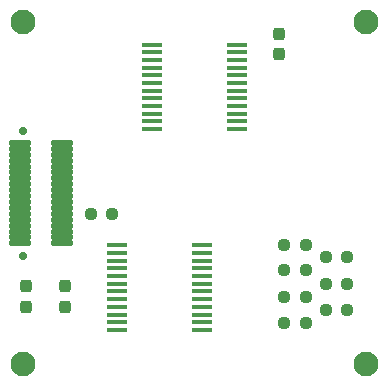
<source format=gbs>
%TF.GenerationSoftware,KiCad,Pcbnew,7.0.7*%
%TF.CreationDate,2023-12-07T16:32:10+01:00*%
%TF.ProjectId,SensitiveSole,53656e73-6974-4697-9665-536f6c652e6b,1.0*%
%TF.SameCoordinates,Original*%
%TF.FileFunction,Soldermask,Bot*%
%TF.FilePolarity,Negative*%
%FSLAX46Y46*%
G04 Gerber Fmt 4.6, Leading zero omitted, Abs format (unit mm)*
G04 Created by KiCad (PCBNEW 7.0.7) date 2023-12-07 16:32:10*
%MOMM*%
%LPD*%
G01*
G04 APERTURE LIST*
G04 Aperture macros list*
%AMRoundRect*
0 Rectangle with rounded corners*
0 $1 Rounding radius*
0 $2 $3 $4 $5 $6 $7 $8 $9 X,Y pos of 4 corners*
0 Add a 4 corners polygon primitive as box body*
4,1,4,$2,$3,$4,$5,$6,$7,$8,$9,$2,$3,0*
0 Add four circle primitives for the rounded corners*
1,1,$1+$1,$2,$3*
1,1,$1+$1,$4,$5*
1,1,$1+$1,$6,$7*
1,1,$1+$1,$8,$9*
0 Add four rect primitives between the rounded corners*
20,1,$1+$1,$2,$3,$4,$5,0*
20,1,$1+$1,$4,$5,$6,$7,0*
20,1,$1+$1,$6,$7,$8,$9,0*
20,1,$1+$1,$8,$9,$2,$3,0*%
G04 Aperture macros list end*
%ADD10C,2.100000*%
%ADD11C,0.700000*%
%ADD12RoundRect,0.101600X-0.800000X0.150000X-0.800000X-0.150000X0.800000X-0.150000X0.800000X0.150000X0*%
%ADD13RoundRect,0.237500X0.250000X0.237500X-0.250000X0.237500X-0.250000X-0.237500X0.250000X-0.237500X0*%
%ADD14RoundRect,0.237500X-0.237500X0.300000X-0.237500X-0.300000X0.237500X-0.300000X0.237500X0.300000X0*%
%ADD15R,1.750000X0.450000*%
%ADD16RoundRect,0.237500X-0.250000X-0.237500X0.250000X-0.237500X0.250000X0.237500X-0.250000X0.237500X0*%
G04 APERTURE END LIST*
D10*
%TO.C,REF\u002A\u002A*%
X122000014Y-118000000D03*
%TD*%
%TO.C,REF\u002A\u002A*%
X151000000Y-118000000D03*
%TD*%
%TO.C,REF\u002A\u002A*%
X151000000Y-88999986D03*
%TD*%
%TO.C,REF\u002A\u002A*%
X122000014Y-88999986D03*
%TD*%
D11*
%TO.C,BOTTOM_DF12*%
X122000014Y-98199986D03*
X122000014Y-108799986D03*
D12*
X125300114Y-99249986D03*
X121699914Y-99249986D03*
X125300114Y-99749986D03*
X121699914Y-99749986D03*
X125300114Y-100249986D03*
X121699914Y-100249986D03*
X125300114Y-100749986D03*
X121699914Y-100749986D03*
X125300114Y-101249986D03*
X121699914Y-101249986D03*
X125300114Y-101749986D03*
X121699914Y-101749986D03*
X125300114Y-102249986D03*
X121699914Y-102249986D03*
X125300114Y-102749986D03*
X121699914Y-102749986D03*
X125300114Y-103249986D03*
X121699914Y-103249986D03*
X125300114Y-103749986D03*
X121699914Y-103749986D03*
X125300114Y-104249986D03*
X121699914Y-104249986D03*
X125300114Y-104749986D03*
X121699914Y-104749986D03*
X125300114Y-105249986D03*
X121699914Y-105249986D03*
X125300114Y-105749986D03*
X121699914Y-105749986D03*
X125300114Y-106249986D03*
X121699914Y-106249986D03*
X125300114Y-106749986D03*
X121699914Y-106749986D03*
X125300114Y-107249986D03*
X121699914Y-107249986D03*
X125300114Y-107749986D03*
X121699914Y-107749986D03*
%TD*%
D13*
%TO.C,6*%
X145912500Y-107850000D03*
X144087500Y-107850000D03*
%TD*%
%TO.C,4*%
X145912500Y-110016668D03*
X144087500Y-110016668D03*
%TD*%
%TO.C,2*%
X145912500Y-112333332D03*
X144087500Y-112333332D03*
%TD*%
D14*
%TO.C,C2*%
X122228000Y-111379000D03*
X122228000Y-113104000D03*
%TD*%
%TO.C,C1*%
X125538000Y-111379000D03*
X125538000Y-113104000D03*
%TD*%
D13*
%TO.C,0*%
X145912500Y-114500000D03*
X144087500Y-114500000D03*
%TD*%
D15*
%TO.C,COLS*%
X137100000Y-107925000D03*
X137100000Y-108575000D03*
X137100000Y-109225000D03*
X137100000Y-109875000D03*
X137100000Y-110525000D03*
X137100000Y-111175000D03*
X137100000Y-111825000D03*
X137100000Y-112475000D03*
X137100000Y-113125000D03*
X137100000Y-113775000D03*
X137100000Y-114425000D03*
X137100000Y-115075000D03*
X129900000Y-115075000D03*
X129900000Y-114425000D03*
X129900000Y-113775000D03*
X129900000Y-113125000D03*
X129900000Y-112475000D03*
X129900000Y-111825000D03*
X129900000Y-111175000D03*
X129900000Y-110525000D03*
X129900000Y-109875000D03*
X129900000Y-109225000D03*
X129900000Y-108575000D03*
X129900000Y-107925000D03*
%TD*%
D13*
%TO.C,1*%
X149412500Y-113416650D03*
X147587500Y-113416650D03*
%TD*%
D14*
%TO.C,0*%
X143610000Y-89997500D03*
X143610000Y-91722500D03*
%TD*%
D13*
%TO.C,5*%
X149412500Y-108933350D03*
X147587500Y-108933350D03*
%TD*%
D16*
%TO.C,R8*%
X127680000Y-105249986D03*
X129505000Y-105249986D03*
%TD*%
D15*
%TO.C,ROWS*%
X132900000Y-98075000D03*
X132900000Y-97425000D03*
X132900000Y-96775000D03*
X132900000Y-96125000D03*
X132900000Y-95475000D03*
X132900000Y-94825000D03*
X132900000Y-94175000D03*
X132900000Y-93525000D03*
X132900000Y-92875000D03*
X132900000Y-92225000D03*
X132900000Y-91575000D03*
X132900000Y-90925000D03*
X140100000Y-90925000D03*
X140100000Y-91575000D03*
X140100000Y-92225000D03*
X140100000Y-92875000D03*
X140100000Y-93525000D03*
X140100000Y-94175000D03*
X140100000Y-94825000D03*
X140100000Y-95475000D03*
X140100000Y-96125000D03*
X140100000Y-96775000D03*
X140100000Y-97425000D03*
X140100000Y-98075000D03*
%TD*%
D13*
%TO.C,3*%
X149412500Y-111208325D03*
X147587500Y-111208325D03*
%TD*%
M02*

</source>
